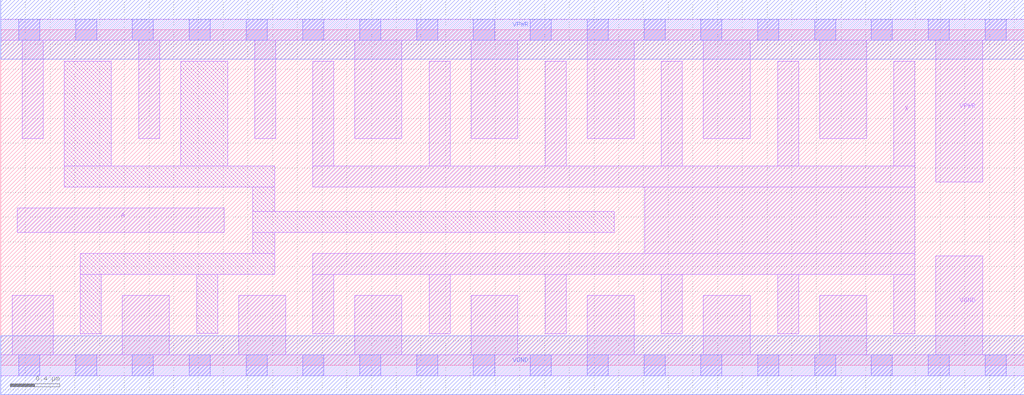
<source format=lef>
# Copyright 2020 The SkyWater PDK Authors
#
# Licensed under the Apache License, Version 2.0 (the "License");
# you may not use this file except in compliance with the License.
# You may obtain a copy of the License at
#
#     https://www.apache.org/licenses/LICENSE-2.0
#
# Unless required by applicable law or agreed to in writing, software
# distributed under the License is distributed on an "AS IS" BASIS,
# WITHOUT WARRANTIES OR CONDITIONS OF ANY KIND, either express or implied.
# See the License for the specific language governing permissions and
# limitations under the License.
#
# SPDX-License-Identifier: Apache-2.0

VERSION 5.7 ;
BUSBITCHARS "[]" ;
DIVIDERCHAR "/" ;
PROPERTYDEFINITIONS
  MACRO maskLayoutSubType STRING ;
  MACRO prCellType STRING ;
  MACRO originalViewName STRING ;
END PROPERTYDEFINITIONS
MACRO sky130_fd_sc_hdll__buf_12
  ORIGIN  0.000000  0.000000 ;
  CLASS CORE ;
  SYMMETRY X Y R90 ;
  SIZE  8.280000 BY  2.720000 ;
  SITE unithd ;
  PIN A
    ANTENNAGATEAREA  1.110000 ;
    DIRECTION INPUT ;
    USE SIGNAL ;
    PORT
      LAYER li1 ;
        RECT 0.135000 1.075000 1.810000 1.275000 ;
    END
  END A
  PIN VGND
    DIRECTION INOUT ;
    USE SIGNAL ;
    PORT
      LAYER li1 ;
        RECT 0.000000 -0.085000 8.280000 0.085000 ;
        RECT 0.095000  0.085000 0.425000 0.565000 ;
        RECT 0.985000  0.085000 1.365000 0.565000 ;
        RECT 1.925000  0.085000 2.305000 0.565000 ;
        RECT 2.865000  0.085000 3.245000 0.565000 ;
        RECT 3.805000  0.085000 4.185000 0.565000 ;
        RECT 4.745000  0.085000 5.125000 0.565000 ;
        RECT 5.685000  0.085000 6.065000 0.565000 ;
        RECT 6.625000  0.085000 7.005000 0.565000 ;
        RECT 7.565000  0.085000 7.945000 0.885000 ;
      LAYER met1 ;
        RECT 0.000000 -0.240000 8.280000 0.240000 ;
    END
  END VGND
  PIN VPWR
    DIRECTION INOUT ;
    USE SIGNAL ;
    PORT
      LAYER li1 ;
        RECT 0.000000 2.635000 8.280000 2.805000 ;
        RECT 0.175000 1.835000 0.345000 2.635000 ;
        RECT 1.115000 1.835000 1.285000 2.635000 ;
        RECT 2.055000 1.835000 2.225000 2.635000 ;
        RECT 2.865000 1.835000 3.245000 2.635000 ;
        RECT 3.805000 1.835000 4.185000 2.635000 ;
        RECT 4.745000 1.835000 5.125000 2.635000 ;
        RECT 5.685000 1.835000 6.065000 2.635000 ;
        RECT 6.625000 1.835000 7.005000 2.635000 ;
        RECT 7.565000 1.485000 7.945000 2.635000 ;
      LAYER met1 ;
        RECT 0.000000 2.480000 8.280000 2.960000 ;
    END
  END VPWR
  PIN X
    ANTENNADIFFAREA  3.020500 ;
    DIRECTION OUTPUT ;
    USE SIGNAL ;
    PORT
      LAYER li1 ;
        RECT 2.525000 0.255000 2.695000 0.735000 ;
        RECT 2.525000 0.735000 7.395000 0.905000 ;
        RECT 2.525000 1.445000 7.395000 1.615000 ;
        RECT 2.525000 1.615000 2.695000 2.465000 ;
        RECT 3.465000 0.255000 3.635000 0.735000 ;
        RECT 3.465000 1.615000 3.635000 2.465000 ;
        RECT 4.405000 0.255000 4.575000 0.735000 ;
        RECT 4.405000 1.615000 4.575000 2.465000 ;
        RECT 5.210000 0.905000 7.395000 1.445000 ;
        RECT 5.345000 0.255000 5.515000 0.735000 ;
        RECT 5.345000 1.615000 5.515000 2.465000 ;
        RECT 6.285000 0.255000 6.455000 0.735000 ;
        RECT 6.285000 1.615000 6.455000 2.465000 ;
        RECT 7.225000 0.255000 7.395000 0.735000 ;
        RECT 7.225000 1.615000 7.395000 2.465000 ;
    END
  END X
  OBS
    LAYER li1 ;
      RECT 0.515000 1.445000 2.215000 1.615000 ;
      RECT 0.515000 1.615000 0.895000 2.465000 ;
      RECT 0.645000 0.255000 0.815000 0.735000 ;
      RECT 0.645000 0.735000 2.215000 0.905000 ;
      RECT 1.455000 1.615000 1.835000 2.465000 ;
      RECT 1.585000 0.260000 1.755000 0.735000 ;
      RECT 2.040000 0.905000 2.215000 1.075000 ;
      RECT 2.040000 1.075000 4.965000 1.245000 ;
      RECT 2.040000 1.245000 2.215000 1.445000 ;
    LAYER mcon ;
      RECT 0.145000 -0.085000 0.315000 0.085000 ;
      RECT 0.145000  2.635000 0.315000 2.805000 ;
      RECT 0.605000 -0.085000 0.775000 0.085000 ;
      RECT 0.605000  2.635000 0.775000 2.805000 ;
      RECT 1.065000 -0.085000 1.235000 0.085000 ;
      RECT 1.065000  2.635000 1.235000 2.805000 ;
      RECT 1.525000 -0.085000 1.695000 0.085000 ;
      RECT 1.525000  2.635000 1.695000 2.805000 ;
      RECT 1.985000 -0.085000 2.155000 0.085000 ;
      RECT 1.985000  2.635000 2.155000 2.805000 ;
      RECT 2.445000 -0.085000 2.615000 0.085000 ;
      RECT 2.445000  2.635000 2.615000 2.805000 ;
      RECT 2.905000 -0.085000 3.075000 0.085000 ;
      RECT 2.905000  2.635000 3.075000 2.805000 ;
      RECT 3.365000 -0.085000 3.535000 0.085000 ;
      RECT 3.365000  2.635000 3.535000 2.805000 ;
      RECT 3.825000 -0.085000 3.995000 0.085000 ;
      RECT 3.825000  2.635000 3.995000 2.805000 ;
      RECT 4.285000 -0.085000 4.455000 0.085000 ;
      RECT 4.285000  2.635000 4.455000 2.805000 ;
      RECT 4.745000 -0.085000 4.915000 0.085000 ;
      RECT 4.745000  2.635000 4.915000 2.805000 ;
      RECT 5.205000 -0.085000 5.375000 0.085000 ;
      RECT 5.205000  2.635000 5.375000 2.805000 ;
      RECT 5.665000 -0.085000 5.835000 0.085000 ;
      RECT 5.665000  2.635000 5.835000 2.805000 ;
      RECT 6.125000 -0.085000 6.295000 0.085000 ;
      RECT 6.125000  2.635000 6.295000 2.805000 ;
      RECT 6.585000 -0.085000 6.755000 0.085000 ;
      RECT 6.585000  2.635000 6.755000 2.805000 ;
      RECT 7.045000 -0.085000 7.215000 0.085000 ;
      RECT 7.045000  2.635000 7.215000 2.805000 ;
      RECT 7.505000 -0.085000 7.675000 0.085000 ;
      RECT 7.505000  2.635000 7.675000 2.805000 ;
      RECT 7.965000 -0.085000 8.135000 0.085000 ;
      RECT 7.965000  2.635000 8.135000 2.805000 ;
  END
  PROPERTY maskLayoutSubType "abstract" ;
  PROPERTY prCellType "standard" ;
  PROPERTY originalViewName "layout" ;
END sky130_fd_sc_hdll__buf_12

</source>
